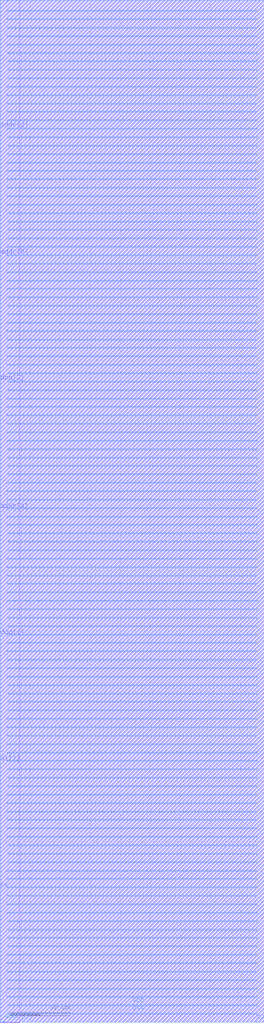
<source format=lef>
VERSION 5.8 ;
BUSBITCHARS "[]" ;
DIVIDERCHAR "/" ;
UNITS
    DATABASE MICRONS 2000 ;
END UNITS

MACRO macro_9x3
  FOREIGN macro_9x3 0 0 ;
  CLASS BLOCK ;
  SIZE 43.935 BY 169.73 ;
  PIN VSS
    USE GROUND ;
    DIRECTION INOUT ;
    PORT
      LAYER metal4 ;
        RECT  1.14 166.515 42.75 166.685 ;
        RECT  1.14 163.715 42.75 163.885 ;
        RECT  1.14 160.915 42.75 161.085 ;
        RECT  1.14 158.115 42.75 158.285 ;
        RECT  1.14 155.315 42.75 155.485 ;
        RECT  1.14 152.515 42.75 152.685 ;
        RECT  1.14 149.715 42.75 149.885 ;
        RECT  1.14 146.915 42.75 147.085 ;
        RECT  1.14 144.115 42.75 144.285 ;
        RECT  1.14 141.315 42.75 141.485 ;
        RECT  1.14 138.515 42.75 138.685 ;
        RECT  1.14 135.715 42.75 135.885 ;
        RECT  1.14 132.915 42.75 133.085 ;
        RECT  1.14 130.115 42.75 130.285 ;
        RECT  1.14 127.315 42.75 127.485 ;
        RECT  1.14 124.515 42.75 124.685 ;
        RECT  1.14 121.715 42.75 121.885 ;
        RECT  1.14 118.915 42.75 119.085 ;
        RECT  1.14 116.115 42.75 116.285 ;
        RECT  1.14 113.315 42.75 113.485 ;
        RECT  1.14 110.515 42.75 110.685 ;
        RECT  1.14 107.715 42.75 107.885 ;
        RECT  1.14 104.915 42.75 105.085 ;
        RECT  1.14 102.115 42.75 102.285 ;
        RECT  1.14 99.315 42.75 99.485 ;
        RECT  1.14 96.515 42.75 96.685 ;
        RECT  1.14 93.715 42.75 93.885 ;
        RECT  1.14 90.915 42.75 91.085 ;
        RECT  1.14 88.115 42.75 88.285 ;
        RECT  1.14 85.315 42.75 85.485 ;
        RECT  1.14 82.515 42.75 82.685 ;
        RECT  1.14 79.715 42.75 79.885 ;
        RECT  1.14 76.915 42.75 77.085 ;
        RECT  1.14 74.115 42.75 74.285 ;
        RECT  1.14 71.315 42.75 71.485 ;
        RECT  1.14 68.515 42.75 68.685 ;
        RECT  1.14 65.715 42.75 65.885 ;
        RECT  1.14 62.915 42.75 63.085 ;
        RECT  1.14 60.115 42.75 60.285 ;
        RECT  1.14 57.315 42.75 57.485 ;
        RECT  1.14 54.515 42.75 54.685 ;
        RECT  1.14 51.715 42.75 51.885 ;
        RECT  1.14 48.915 42.75 49.085 ;
        RECT  1.14 46.115 42.75 46.285 ;
        RECT  1.14 43.315 42.75 43.485 ;
        RECT  1.14 40.515 42.75 40.685 ;
        RECT  1.14 37.715 42.75 37.885 ;
        RECT  1.14 34.915 42.75 35.085 ;
        RECT  1.14 32.115 42.75 32.285 ;
        RECT  1.14 29.315 42.75 29.485 ;
        RECT  1.14 26.515 42.75 26.685 ;
        RECT  1.14 23.715 42.75 23.885 ;
        RECT  1.14 20.915 42.75 21.085 ;
        RECT  1.14 18.115 42.75 18.285 ;
        RECT  1.14 15.315 42.75 15.485 ;
        RECT  1.14 12.515 42.75 12.685 ;
        RECT  1.14 9.715 42.75 9.885 ;
        RECT  1.14 6.915 42.75 7.085 ;
        RECT  1.14 4.115 42.75 4.285 ;
        RECT  1.14 1.315 42.75 1.485 ;
    END
  END VSS
  PIN VDD
    USE POWER ;
    DIRECTION INOUT ;
    PORT
      LAYER metal4 ;
        RECT  1.14 167.915 42.75 168.085 ;
        RECT  1.14 165.115 42.75 165.285 ;
        RECT  1.14 162.315 42.75 162.485 ;
        RECT  1.14 159.515 42.75 159.685 ;
        RECT  1.14 156.715 42.75 156.885 ;
        RECT  1.14 153.915 42.75 154.085 ;
        RECT  1.14 151.115 42.75 151.285 ;
        RECT  1.14 148.315 42.75 148.485 ;
        RECT  1.14 145.515 42.75 145.685 ;
        RECT  1.14 142.715 42.75 142.885 ;
        RECT  1.14 139.915 42.75 140.085 ;
        RECT  1.14 137.115 42.75 137.285 ;
        RECT  1.14 134.315 42.75 134.485 ;
        RECT  1.14 131.515 42.75 131.685 ;
        RECT  1.14 128.715 42.75 128.885 ;
        RECT  1.14 125.915 42.75 126.085 ;
        RECT  1.14 123.115 42.75 123.285 ;
        RECT  1.14 120.315 42.75 120.485 ;
        RECT  1.14 117.515 42.75 117.685 ;
        RECT  1.14 114.715 42.75 114.885 ;
        RECT  1.14 111.915 42.75 112.085 ;
        RECT  1.14 109.115 42.75 109.285 ;
        RECT  1.14 106.315 42.75 106.485 ;
        RECT  1.14 103.515 42.75 103.685 ;
        RECT  1.14 100.715 42.75 100.885 ;
        RECT  1.14 97.915 42.75 98.085 ;
        RECT  1.14 95.115 42.75 95.285 ;
        RECT  1.14 92.315 42.75 92.485 ;
        RECT  1.14 89.515 42.75 89.685 ;
        RECT  1.14 86.715 42.75 86.885 ;
        RECT  1.14 83.915 42.75 84.085 ;
        RECT  1.14 81.115 42.75 81.285 ;
        RECT  1.14 78.315 42.75 78.485 ;
        RECT  1.14 75.515 42.75 75.685 ;
        RECT  1.14 72.715 42.75 72.885 ;
        RECT  1.14 69.915 42.75 70.085 ;
        RECT  1.14 67.115 42.75 67.285 ;
        RECT  1.14 64.315 42.75 64.485 ;
        RECT  1.14 61.515 42.75 61.685 ;
        RECT  1.14 58.715 42.75 58.885 ;
        RECT  1.14 55.915 42.75 56.085 ;
        RECT  1.14 53.115 42.75 53.285 ;
        RECT  1.14 50.315 42.75 50.485 ;
        RECT  1.14 47.515 42.75 47.685 ;
        RECT  1.14 44.715 42.75 44.885 ;
        RECT  1.14 41.915 42.75 42.085 ;
        RECT  1.14 39.115 42.75 39.285 ;
        RECT  1.14 36.315 42.75 36.485 ;
        RECT  1.14 33.515 42.75 33.685 ;
        RECT  1.14 30.715 42.75 30.885 ;
        RECT  1.14 27.915 42.75 28.085 ;
        RECT  1.14 25.115 42.75 25.285 ;
        RECT  1.14 22.315 42.75 22.485 ;
        RECT  1.14 19.515 42.75 19.685 ;
        RECT  1.14 16.715 42.75 16.885 ;
        RECT  1.14 13.915 42.75 14.085 ;
        RECT  1.14 11.115 42.75 11.285 ;
        RECT  1.14 8.315 42.75 8.485 ;
        RECT  1.14 5.515 42.75 5.685 ;
        RECT  1.14 2.715 42.75 2.885 ;
    END
  END VDD
  PIN addr[0]
    DIRECTION INPUT ;
    USE SIGNAL ;
    PORT
      LAYER metal3 ;
        RECT  43.865 84.595 43.935 84.665 ;
    END
  END addr[0]
  PIN addr[1]
    DIRECTION INPUT ;
    USE SIGNAL ;
    PORT
      LAYER metal3 ;
        RECT  43.865 147.595 43.935 147.665 ;
    END
  END addr[1]
  PIN addr[2]
    DIRECTION INPUT ;
    USE SIGNAL ;
    PORT
      LAYER metal3 ;
        RECT  0 148.155 0.07 148.225 ;
    END
  END addr[2]
  PIN addr[3]
    DIRECTION INPUT ;
    USE SIGNAL ;
    PORT
      LAYER metal3 ;
        RECT  43.865 42.315 43.935 42.385 ;
    END
  END addr[3]
  PIN addr[4]
    DIRECTION INPUT ;
    USE SIGNAL ;
    PORT
      LAYER metal3 ;
        RECT  0 84.875 0.07 84.945 ;
    END
  END addr[4]
  PIN addr[5]
    DIRECTION INPUT ;
    USE SIGNAL ;
    PORT
      LAYER metal3 ;
        RECT  0 127.155 0.07 127.225 ;
    END
  END addr[5]
  PIN addr[6]
    DIRECTION INPUT ;
    USE SIGNAL ;
    PORT
      LAYER metal4 ;
        RECT  0.585 0 0.725 0.14 ;
    END
  END addr[6]
  PIN addr[7]
    DIRECTION INPUT ;
    USE SIGNAL ;
    PORT
      LAYER metal4 ;
        RECT  43.145 169.59 43.285 169.73 ;
    END
  END addr[7]
  PIN addr[8]
    DIRECTION INPUT ;
    USE SIGNAL ;
    PORT
      LAYER metal3 ;
        RECT  43.865 63.315 43.935 63.385 ;
    END
  END addr[8]
  PIN clk
    DIRECTION INPUT ;
    USE SIGNAL ;
    PORT
      LAYER metal4 ;
        RECT  42.585 0 42.725 0.14 ;
    END
  END clk
  PIN cs
    DIRECTION INPUT ;
    USE SIGNAL ;
    PORT
      LAYER metal3 ;
        RECT  0 21.875 0.07 21.945 ;
    END
  END cs
  PIN di[0]
    DIRECTION INPUT ;
    USE SIGNAL ;
    PORT
      LAYER metal3 ;
        RECT  43.865 126.595 43.935 126.665 ;
    END
  END di[0]
  PIN di[1]
    DIRECTION INPUT ;
    USE SIGNAL ;
    PORT
      LAYER metal3 ;
        RECT  0 42.875 0.07 42.945 ;
    END
  END di[1]
  PIN di[2]
    DIRECTION INPUT ;
    USE SIGNAL ;
    PORT
      LAYER metal4 ;
        RECT  1.145 169.59 1.285 169.73 ;
    END
  END di[2]
  PIN doq[0]
    DIRECTION OUTPUT ;
    USE SIGNAL ;
    PORT
      LAYER metal3 ;
        RECT  43.865 21.315 43.935 21.385 ;
    END
  END doq[0]
  PIN doq[1]
    DIRECTION OUTPUT ;
    USE SIGNAL ;
    PORT
      LAYER metal3 ;
        RECT  0 63.875 0.07 63.945 ;
    END
  END doq[1]
  PIN doq[2]
    DIRECTION OUTPUT ;
    USE SIGNAL ;
    PORT
      LAYER metal3 ;
        RECT  0 106.155 0.07 106.225 ;
    END
  END doq[2]
  PIN we
    DIRECTION INPUT ;
    USE SIGNAL ;
    PORT
      LAYER metal3 ;
        RECT  43.865 105.595 43.935 105.665 ;
    END
  END we
  OBS
    LAYER metal1 ;
     RECT  0 -0.085 3.23 169.73 ;
     RECT  3.23 0 43.935 169.73 ;
    LAYER metal2 ;
     RECT  0 0 43.935 169.73 ;
    LAYER metal3 ;
     RECT  0 0 43.935 169.73 ;
    LAYER metal4 ;
     RECT  0 0 43.935 169.73 ;
  END
END macro_9x3
END LIBRARY

</source>
